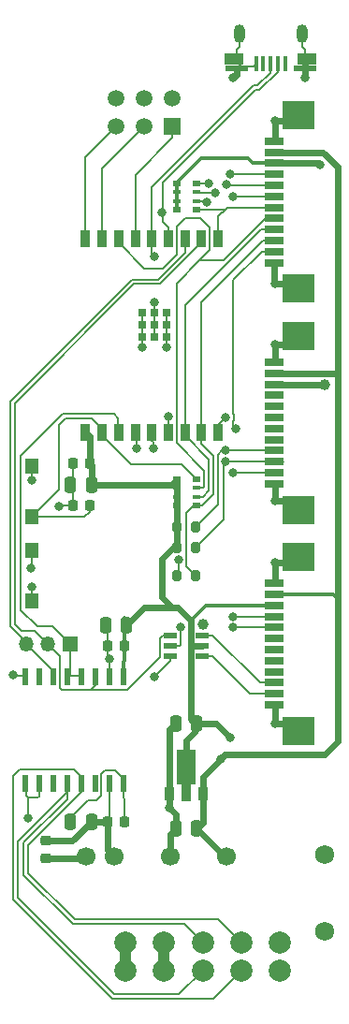
<source format=gbr>
%TF.GenerationSoftware,KiCad,Pcbnew,9.0.1*%
%TF.CreationDate,2025-05-24T17:32:27+03:00*%
%TF.ProjectId,PM-MCU_ESP32-C3,504d2d4d-4355-45f4-9553-5033322d4333,rev?*%
%TF.SameCoordinates,Original*%
%TF.FileFunction,Copper,L1,Top*%
%TF.FilePolarity,Positive*%
%FSLAX46Y46*%
G04 Gerber Fmt 4.6, Leading zero omitted, Abs format (unit mm)*
G04 Created by KiCad (PCBNEW 9.0.1) date 2025-05-24 17:32:27*
%MOMM*%
%LPD*%
G01*
G04 APERTURE LIST*
G04 Aperture macros list*
%AMRoundRect*
0 Rectangle with rounded corners*
0 $1 Rounding radius*
0 $2 $3 $4 $5 $6 $7 $8 $9 X,Y pos of 4 corners*
0 Add a 4 corners polygon primitive as box body*
4,1,4,$2,$3,$4,$5,$6,$7,$8,$9,$2,$3,0*
0 Add four circle primitives for the rounded corners*
1,1,$1+$1,$2,$3*
1,1,$1+$1,$4,$5*
1,1,$1+$1,$6,$7*
1,1,$1+$1,$8,$9*
0 Add four rect primitives between the rounded corners*
20,1,$1+$1,$2,$3,$4,$5,0*
20,1,$1+$1,$4,$5,$6,$7,0*
20,1,$1+$1,$6,$7,$8,$9,0*
20,1,$1+$1,$8,$9,$2,$3,0*%
%AMFreePoly0*
4,1,9,3.862500,-0.866500,0.737500,-0.866500,0.737500,-0.450000,-0.737500,-0.450000,-0.737500,0.450000,0.737500,0.450000,0.737500,0.866500,3.862500,0.866500,3.862500,-0.866500,3.862500,-0.866500,$1*%
G04 Aperture macros list end*
%TA.AperFunction,SMDPad,CuDef*%
%ADD10R,1.803400X0.635000*%
%TD*%
%TA.AperFunction,SMDPad,CuDef*%
%ADD11R,2.997200X2.590800*%
%TD*%
%TA.AperFunction,SMDPad,CuDef*%
%ADD12R,1.244600X1.346200*%
%TD*%
%TA.AperFunction,SMDPad,CuDef*%
%ADD13R,0.889000X1.498600*%
%TD*%
%TA.AperFunction,SMDPad,CuDef*%
%ADD14R,0.711200X0.711200*%
%TD*%
%TA.AperFunction,SMDPad,CuDef*%
%ADD15RoundRect,0.225000X0.225000X0.250000X-0.225000X0.250000X-0.225000X-0.250000X0.225000X-0.250000X0*%
%TD*%
%TA.AperFunction,ComponentPad*%
%ADD16R,1.500000X1.500000*%
%TD*%
%TA.AperFunction,ComponentPad*%
%ADD17C,1.500000*%
%TD*%
%TA.AperFunction,SMDPad,CuDef*%
%ADD18RoundRect,0.225000X0.225000X-0.425000X0.225000X0.425000X-0.225000X0.425000X-0.225000X-0.425000X0*%
%TD*%
%TA.AperFunction,SMDPad,CuDef*%
%ADD19FreePoly0,90.000000*%
%TD*%
%TA.AperFunction,SMDPad,CuDef*%
%ADD20R,0.406400X1.350000*%
%TD*%
%TA.AperFunction,SMDPad,CuDef*%
%ADD21R,1.679095X1.075150*%
%TD*%
%TA.AperFunction,SMDPad,CuDef*%
%ADD22R,2.108196X0.525058*%
%TD*%
%TA.AperFunction,ComponentPad*%
%ADD23O,1.000000X1.700000*%
%TD*%
%TA.AperFunction,SMDPad,CuDef*%
%ADD24R,0.800000X0.500000*%
%TD*%
%TA.AperFunction,SMDPad,CuDef*%
%ADD25R,0.800000X0.400000*%
%TD*%
%TA.AperFunction,SMDPad,CuDef*%
%ADD26RoundRect,0.250000X0.250000X0.475000X-0.250000X0.475000X-0.250000X-0.475000X0.250000X-0.475000X0*%
%TD*%
%TA.AperFunction,SMDPad,CuDef*%
%ADD27R,0.482600X1.549400*%
%TD*%
%TA.AperFunction,ComponentPad*%
%ADD28C,2.000000*%
%TD*%
%TA.AperFunction,SMDPad,CuDef*%
%ADD29RoundRect,0.200000X-0.200000X-0.275000X0.200000X-0.275000X0.200000X0.275000X-0.200000X0.275000X0*%
%TD*%
%TA.AperFunction,SMDPad,CuDef*%
%ADD30RoundRect,0.250000X-0.250000X-0.475000X0.250000X-0.475000X0.250000X0.475000X-0.250000X0.475000X0*%
%TD*%
%TA.AperFunction,SMDPad,CuDef*%
%ADD31R,1.181100X0.558800*%
%TD*%
%TA.AperFunction,ComponentPad*%
%ADD32C,1.725000*%
%TD*%
%TA.AperFunction,ComponentPad*%
%ADD33C,1.700000*%
%TD*%
%TA.AperFunction,ComponentPad*%
%ADD34R,1.350000X1.350000*%
%TD*%
%TA.AperFunction,ComponentPad*%
%ADD35O,1.350000X1.350000*%
%TD*%
%TA.AperFunction,SMDPad,CuDef*%
%ADD36RoundRect,0.225000X0.250000X-0.225000X0.250000X0.225000X-0.250000X0.225000X-0.250000X-0.225000X0*%
%TD*%
%TA.AperFunction,ViaPad*%
%ADD37C,0.800000*%
%TD*%
%TA.AperFunction,ViaPad*%
%ADD38C,1.000000*%
%TD*%
%TA.AperFunction,Conductor*%
%ADD39C,0.200000*%
%TD*%
%TA.AperFunction,Conductor*%
%ADD40C,0.600000*%
%TD*%
%TA.AperFunction,Conductor*%
%ADD41C,0.300000*%
%TD*%
%TA.AperFunction,Conductor*%
%ADD42C,1.000000*%
%TD*%
G04 APERTURE END LIST*
D10*
%TO.P,J3,1,Pin_1*%
%TO.N,GND_MCU*%
X24444000Y24500008D03*
%TO.P,J3,2,Pin_2*%
%TO.N,/INT*%
X24444000Y25500006D03*
%TO.P,J3,3,Pin_3*%
%TO.N,/CS3*%
X24444000Y26500004D03*
%TO.P,J3,4,Pin_4*%
%TO.N,/CS2*%
X24444000Y27500002D03*
%TO.P,J3,5,Pin_5*%
%TO.N,/CS1*%
X24444000Y28500000D03*
%TO.P,J3,6,Pin_6*%
%TO.N,/CS0*%
X24444000Y29500000D03*
%TO.P,J3,7,Pin_7*%
%TO.N,/SCK*%
X24444000Y30500000D03*
%TO.P,J3,8,Pin_8*%
%TO.N,/MISO*%
X24444000Y31500000D03*
%TO.P,J3,9,Pin_9*%
%TO.N,/MOSI*%
X24444000Y32499998D03*
%TO.P,J3,10,Pin_10*%
%TO.N,+3.3V_MCU*%
X24444000Y33499996D03*
%TO.P,J3,11,Pin_11*%
%TO.N,+5V_MCU*%
X24444000Y34499994D03*
%TO.P,J3,12,Pin_11*%
%TO.N,GND_MCU*%
X24444000Y35499992D03*
D11*
%TO.P,J3,13,Pin_11*%
X26614001Y22149997D03*
X26614001Y37850003D03*
%TD*%
D10*
%TO.P,J2,1,Pin_1*%
%TO.N,GND_MCU*%
X24444000Y4500008D03*
%TO.P,J2,2,Pin_2*%
%TO.N,/INT*%
X24444000Y5500006D03*
%TO.P,J2,3,Pin_3*%
%TO.N,/SCL*%
X24444000Y6500004D03*
%TO.P,J2,4,Pin_4*%
%TO.N,/SDA*%
X24444000Y7500002D03*
%TO.P,J2,5,Pin_5*%
%TO.N,unconnected-(J2-Pin_5-Pad5)*%
X24444000Y8500000D03*
%TO.P,J2,6,Pin_6*%
%TO.N,unconnected-(J2-Pin_6-Pad6)*%
X24444000Y9500000D03*
%TO.P,J2,7,Pin_7*%
%TO.N,unconnected-(J2-Pin_7-Pad7)*%
X24444000Y10500000D03*
%TO.P,J2,8,Pin_8*%
%TO.N,unconnected-(J2-Pin_8-Pad8)*%
X24444000Y11500000D03*
%TO.P,J2,9,Pin_9*%
%TO.N,unconnected-(J2-Pin_9-Pad9)*%
X24444000Y12499998D03*
%TO.P,J2,10,Pin_10*%
%TO.N,+3.3V_MCU*%
X24444000Y13499996D03*
%TO.P,J2,11,Pin_11*%
%TO.N,+5V_MCU*%
X24444000Y14499994D03*
%TO.P,J2,12,Pin_11*%
%TO.N,GND_MCU*%
X24444000Y15499992D03*
D11*
%TO.P,J2,13,Pin_11*%
X26614001Y2149997D03*
X26614001Y17850003D03*
%TD*%
D12*
%TO.P,SW2,1,1*%
%TO.N,GND_MCU*%
X2540000Y6096000D03*
%TO.P,SW2,2,2*%
%TO.N,/EN*%
X2540000Y1524000D03*
%TD*%
D13*
%TO.P,U1,1,3V3*%
%TO.N,+3.3V_MCU*%
X7390002Y9170000D03*
%TO.P,U1,2,EN*%
%TO.N,/EN*%
X8890001Y9170000D03*
%TO.P,U1,3,IO4*%
%TO.N,/UART_RTS*%
X10390001Y9170000D03*
%TO.P,U1,4,IO5*%
%TO.N,/SCL*%
X11890000Y9170000D03*
%TO.P,U1,5,IO6*%
%TO.N,/SDA*%
X13390000Y9170000D03*
%TO.P,U1,6,IO7*%
%TO.N,/INT*%
X14890000Y9170000D03*
%TO.P,U1,7,IO8*%
%TO.N,/CS2*%
X16390002Y9170000D03*
%TO.P,U1,8,IO9*%
%TO.N,/CS3*%
X17890001Y9170000D03*
%TO.P,U1,9,GND*%
%TO.N,GND_MCU*%
X19390001Y9170000D03*
%TO.P,U1,10,IO10*%
%TO.N,/CS0*%
X19389998Y26670000D03*
%TO.P,U1,11,RXD_(IO20)*%
%TO.N,/UART_RX*%
X17889999Y26670000D03*
%TO.P,U1,12,TXD_(IO21)*%
%TO.N,/UART_TX*%
X16389999Y26670000D03*
%TO.P,U1,13,IO18_(USB_D-)*%
%TO.N,/USB_D-*%
X14890000Y26670000D03*
%TO.P,U1,14,IO19_(USB_D+)*%
%TO.N,/USB_D+*%
X13390000Y26670000D03*
%TO.P,U1,15,IO3*%
%TO.N,/SCK*%
X11890000Y26670000D03*
%TO.P,U1,16,IO2*%
%TO.N,/CS1*%
X10389998Y26670000D03*
%TO.P,U1,17,IO1*%
%TO.N,/MISO*%
X8889999Y26670000D03*
%TO.P,U1,18,IO0*%
%TO.N,/MOSI*%
X7389999Y26670000D03*
D14*
%TO.P,U1,EPAD,EPAD*%
%TO.N,GND_MCU*%
X12490000Y17780000D03*
X13590000Y17780000D03*
X14690000Y17780000D03*
X12490000Y18880000D03*
X13590000Y18880000D03*
X14690000Y18880000D03*
X12490000Y19980000D03*
X13590000Y19980000D03*
X14690000Y19980000D03*
%TD*%
D15*
%TO.P,C8,1*%
%TO.N,+3.3V_MCU*%
X10935000Y-10160000D03*
%TO.P,C8,2*%
%TO.N,GND_MCU*%
X9385000Y-10160000D03*
%TD*%
%TO.P,C1,1*%
%TO.N,/EN*%
X7760000Y2540000D03*
%TO.P,C1,2*%
%TO.N,GND_MCU*%
X6210000Y2540000D03*
%TD*%
D16*
%TO.P,SW4,1*%
%TO.N,/SCK*%
X15240000Y36830000D03*
D17*
%TO.P,SW4,2*%
%TO.N,/MISO*%
X12700000Y36830000D03*
%TO.P,SW4,3*%
%TO.N,/MOSI*%
X10160000Y36830000D03*
%TO.P,SW4,4*%
%TO.N,Net-(RN1A-R1.2)*%
X10160000Y39370000D03*
%TO.P,SW4,5*%
%TO.N,Net-(RN1B-R2.2)*%
X12700000Y39370000D03*
%TO.P,SW4,6*%
%TO.N,Net-(RN1C-R3.2)*%
X15240000Y39370000D03*
%TD*%
D18*
%TO.P,U2,1,GND*%
%TO.N,GND_MCU*%
X15010000Y-23540000D03*
D19*
%TO.P,U2,2,OUTPUT*%
%TO.N,+3.3V_MCU*%
X16510000Y-23452500D03*
D18*
%TO.P,U2,3,INPUT*%
%TO.N,+5V_MCU*%
X18010000Y-23540000D03*
%TD*%
D20*
%TO.P,J1,1,VBUS*%
%TO.N,unconnected-(J1-VBUS-Pad1)*%
X25430000Y42527092D03*
%TO.P,J1,2,D-*%
%TO.N,/USB_D-*%
X24780014Y42527092D03*
%TO.P,J1,3,D+*%
%TO.N,/USB_D+*%
X24130028Y42527092D03*
%TO.P,J1,4,ID*%
%TO.N,unconnected-(J1-ID-Pad4)*%
X23480042Y42527092D03*
D21*
%TO.P,J1,5,GND*%
%TO.N,GND_MCU*%
X27444579Y42914733D03*
D22*
X27230029Y42114629D03*
D23*
X26955029Y45202208D03*
D20*
X22830056Y42527092D03*
D23*
X21305027Y45202208D03*
D22*
X21030031Y42114621D03*
D21*
X20815481Y42914725D03*
%TD*%
D15*
%TO.P,C5,1*%
%TO.N,+3.3V_MCU*%
X7760000Y6350000D03*
%TO.P,C5,2*%
%TO.N,GND_MCU*%
X6210000Y6350000D03*
%TD*%
D24*
%TO.P,RN2,1,R1.1*%
%TO.N,+3.3V_MCU*%
X15610000Y4940000D03*
D25*
%TO.P,RN2,2,R2.1*%
X15610000Y4140000D03*
%TO.P,RN2,3,R3.1*%
X15610000Y3340000D03*
D24*
%TO.P,RN2,4,R4.1*%
X15610000Y2540000D03*
%TO.P,RN2,5,R4.2*%
%TO.N,/CS3*%
X17410000Y2540000D03*
D25*
%TO.P,RN2,6,R3.2*%
%TO.N,/CS2*%
X17410000Y3340000D03*
%TO.P,RN2,7,R2.2*%
%TO.N,/CS1*%
X17410000Y4140000D03*
D24*
%TO.P,RN2,8,R1.2*%
%TO.N,/EN*%
X17410000Y4940000D03*
%TD*%
D26*
%TO.P,C10,1*%
%TO.N,+5V_MCU*%
X17460000Y-26670000D03*
%TO.P,C10,2*%
%TO.N,GND_MCU*%
X15560000Y-26670000D03*
%TD*%
D27*
%TO.P,U6,1,VDD*%
%TO.N,+3.3V_MCU*%
X10795000Y-12954000D03*
%TO.P,U6,2,GNDA*%
%TO.N,GND_MCU*%
X9525000Y-12954000D03*
%TO.P,U6,3,RO*%
%TO.N,/UART_RX*%
X8255000Y-12954000D03*
%TO.P,U6,4,RE*%
%TO.N,/UART_RTS*%
X6985000Y-12954000D03*
%TO.P,U6,5,DE*%
X5715000Y-12954000D03*
%TO.P,U6,6,DI*%
%TO.N,/UART_TX*%
X4445000Y-12954000D03*
%TO.P,U6,7,NC*%
%TO.N,unconnected-(U6-NC-Pad7)*%
X3175000Y-12954000D03*
%TO.P,U6,8,GNDA*%
%TO.N,GND_MCU*%
X1905000Y-12954000D03*
%TO.P,U6,9,GNDB*%
%TO.N,GND_BUS*%
X1905000Y-22606000D03*
%TO.P,U6,10,SEL*%
X3175000Y-22606000D03*
%TO.P,U6,11,NC*%
%TO.N,unconnected-(U6-NC-Pad11)*%
X4445000Y-22606000D03*
%TO.P,U6,12,A*%
%TO.N,/A*%
X5715000Y-22606000D03*
%TO.P,U6,13,B*%
%TO.N,/B*%
X6985000Y-22606000D03*
%TO.P,U6,14,NC*%
%TO.N,unconnected-(U6-NC-Pad14)*%
X8255000Y-22606000D03*
%TO.P,U6,15,GNDB*%
%TO.N,GND_BUS*%
X9525000Y-22606000D03*
%TO.P,U6,16,VISO*%
%TO.N,+3.3V_BUS*%
X10795000Y-22606000D03*
%TD*%
D10*
%TO.P,J4,1,Pin_1*%
%TO.N,GND_MCU*%
X24444000Y-15499992D03*
%TO.P,J4,2,Pin_2*%
%TO.N,Net-(J4-Pin_2)*%
X24444000Y-14499994D03*
%TO.P,J4,3,Pin_3*%
%TO.N,Net-(J4-Pin_3)*%
X24444000Y-13499996D03*
%TO.P,J4,4,Pin_4*%
%TO.N,unconnected-(J4-Pin_4-Pad4)*%
X24444000Y-12499998D03*
%TO.P,J4,5,Pin_5*%
%TO.N,unconnected-(J4-Pin_5-Pad5)*%
X24444000Y-11500000D03*
%TO.P,J4,6,Pin_6*%
%TO.N,unconnected-(J4-Pin_6-Pad6)*%
X24444000Y-10500000D03*
%TO.P,J4,7,Pin_7*%
%TO.N,unconnected-(J4-Pin_7-Pad7)*%
X24444000Y-9500000D03*
%TO.P,J4,8,Pin_8*%
%TO.N,/USB_D+*%
X24444000Y-8500000D03*
%TO.P,J4,9,Pin_9*%
%TO.N,/USB_D-*%
X24444000Y-7500002D03*
%TO.P,J4,10,Pin_10*%
%TO.N,+3.3V_MCU*%
X24444000Y-6500004D03*
%TO.P,J4,11,Pin_11*%
%TO.N,+5V_MCU*%
X24444000Y-5500006D03*
%TO.P,J4,12,Pin_11*%
%TO.N,GND_MCU*%
X24444000Y-4500008D03*
D11*
%TO.P,J4,13,Pin_11*%
X26614001Y-17850003D03*
X26614001Y-2149997D03*
%TD*%
D28*
%TO.P,J6,1,Pin_1*%
%TO.N,+24V_BUS*%
X11000000Y-37000000D03*
%TO.P,J6,2,Pin_3*%
%TO.N,GND_BUS*%
X14500000Y-37000000D03*
%TO.P,J6,3,3*%
%TO.N,/A*%
X18000000Y-37000000D03*
%TO.P,J6,4,4*%
%TO.N,/B*%
X21500000Y-37000000D03*
%TO.P,J6,5,Pin_9*%
%TO.N,PE*%
X25000000Y-37000000D03*
%TO.P,J6,6,Pin_2*%
%TO.N,+24V_BUS*%
X11000000Y-39500000D03*
%TO.P,J6,7,Pin_4*%
%TO.N,GND_BUS*%
X14500000Y-39500000D03*
%TO.P,J6,8,Pin_6*%
%TO.N,/A*%
X18000000Y-39500000D03*
%TO.P,J6,9,Pin_8*%
%TO.N,/B*%
X21500000Y-39500000D03*
%TO.P,J6,10,Pin_10*%
%TO.N,PE*%
X25000000Y-39500000D03*
%TD*%
D29*
%TO.P,R3,1*%
%TO.N,+3.3V_MCU*%
X15685000Y635000D03*
%TO.P,R3,2*%
%TO.N,/SDA*%
X17335000Y635000D03*
%TD*%
D30*
%TO.P,C3,1*%
%TO.N,+3.3V_BUS*%
X6035000Y-26035000D03*
%TO.P,C3,2*%
%TO.N,GND_BUS*%
X7935000Y-26035000D03*
%TD*%
D31*
%TO.P,U5,1,1A*%
%TO.N,/UART_RX*%
X15043150Y-9209999D03*
%TO.P,U5,2,GND*%
%TO.N,GND_MCU*%
X15043150Y-10160000D03*
%TO.P,U5,3,2A*%
%TO.N,/UART_TX*%
X15043150Y-11110001D03*
%TO.P,U5,4,2Y*%
%TO.N,Net-(J4-Pin_2)*%
X17976850Y-11110001D03*
%TO.P,U5,5,VCC*%
%TO.N,+3.3V_MCU*%
X17976850Y-10160000D03*
%TO.P,U5,6,1Y*%
%TO.N,Net-(J4-Pin_3)*%
X17976850Y-9209999D03*
%TD*%
D15*
%TO.P,C9,1*%
%TO.N,+3.3V_BUS*%
X10935000Y-26035000D03*
%TO.P,C9,2*%
%TO.N,GND_BUS*%
X9385000Y-26035000D03*
%TD*%
D26*
%TO.P,C6,1*%
%TO.N,+3.3V_MCU*%
X11110000Y-8255000D03*
%TO.P,C6,2*%
%TO.N,GND_MCU*%
X9210000Y-8255000D03*
%TD*%
D32*
%TO.P,U4,1*%
%TO.N,GND_BUS*%
X29000000Y-36000000D03*
%TD*%
D29*
%TO.P,R1,1*%
%TO.N,+3.3V_MCU*%
X15685000Y-1270000D03*
%TO.P,R1,2*%
%TO.N,/SCL*%
X17335000Y-1270000D03*
%TD*%
D26*
%TO.P,C4,1*%
%TO.N,+3.3V_MCU*%
X17460000Y-17145000D03*
%TO.P,C4,2*%
%TO.N,GND_MCU*%
X15560000Y-17145000D03*
%TD*%
%TO.P,C2,1*%
%TO.N,+3.3V_MCU*%
X7935000Y4445000D03*
%TO.P,C2,2*%
%TO.N,GND_MCU*%
X6035000Y4445000D03*
%TD*%
D12*
%TO.P,SW1,1,1*%
%TO.N,GND_MCU*%
X2540000Y-6096000D03*
%TO.P,SW1,2,2*%
%TO.N,Net-(R5-Pad1)*%
X2540000Y-1524000D03*
%TD*%
D33*
%TO.P,PS1,1,Vin*%
%TO.N,+24V_BUS*%
X7416800Y-29210000D03*
%TO.P,PS1,2,GND*%
%TO.N,GND_BUS*%
X9956800Y-29210000D03*
%TO.P,PS1,4,0V*%
%TO.N,GND_MCU*%
X15036800Y-29210000D03*
%TO.P,PS1,6,+V*%
%TO.N,+5V_MCU*%
X20116800Y-29210000D03*
%TD*%
D29*
%TO.P,R5,1*%
%TO.N,Net-(R5-Pad1)*%
X15685000Y-3810000D03*
%TO.P,R5,2*%
%TO.N,/CS3*%
X17335000Y-3810000D03*
%TD*%
D24*
%TO.P,RN1,1,R1.1*%
%TO.N,+3.3V_MCU*%
X15610000Y31680000D03*
D25*
%TO.P,RN1,2,R2.1*%
X15610000Y30880000D03*
%TO.P,RN1,3,R3.1*%
X15610000Y30080000D03*
D24*
%TO.P,RN1,4,R4.1*%
X15610000Y29280000D03*
%TO.P,RN1,5,R4.2*%
%TO.N,/CS0*%
X17410000Y29280000D03*
D25*
%TO.P,RN1,6,R3.2*%
%TO.N,Net-(RN1C-R3.2)*%
X17410000Y30080000D03*
%TO.P,RN1,7,R2.2*%
%TO.N,Net-(RN1B-R2.2)*%
X17410000Y30880000D03*
D24*
%TO.P,RN1,8,R1.2*%
%TO.N,Net-(RN1A-R1.2)*%
X17410000Y31680000D03*
%TD*%
D34*
%TO.P,J7,1,Pin_1*%
%TO.N,/UART_RTS*%
X6000000Y-10000000D03*
D35*
%TO.P,J7,2,Pin_2*%
%TO.N,/UART_RX*%
X4000000Y-10000000D03*
%TO.P,J7,3,Pin_3*%
%TO.N,/UART_TX*%
X2000000Y-10000000D03*
%TD*%
D36*
%TO.P,C7,1*%
%TO.N,+24V_BUS*%
X3810000Y-29350000D03*
%TO.P,C7,2*%
%TO.N,GND_BUS*%
X3810000Y-27800000D03*
%TD*%
D32*
%TO.P,U3,1*%
%TO.N,GND_MCU*%
X29000000Y-29000000D03*
%TD*%
D37*
%TO.N,/SCL*%
X12000000Y7750000D03*
X20050000Y6500000D03*
%TO.N,/SDA*%
X13500000Y7709000D03*
X20050000Y7500002D03*
%TO.N,/USB_D+*%
X20750000Y-8500005D03*
X13651700Y25073700D03*
%TO.N,/USB_D-*%
X14272725Y29004725D03*
X20750000Y-7500002D03*
%TO.N,GND_MCU*%
X24496900Y37358200D03*
X5000000Y2500000D03*
X13590000Y20937600D03*
X24496900Y-2605000D03*
X800000Y-12800000D03*
X2540000Y-4812000D03*
X24496900Y22604900D03*
X24500300Y17074300D03*
X14690000Y16810300D03*
X15010000Y-24830000D03*
X2540000Y4812400D03*
X20088300Y10516500D03*
X9525000Y-11355000D03*
X20750000Y41242100D03*
X12490000Y16810200D03*
X24500300Y2927300D03*
X27250000Y41250000D03*
X15996000Y-8434000D03*
X24511900Y-17152000D03*
%TO.N,+3.3V_MCU*%
X28588000Y33388000D03*
D38*
X29000000Y13499993D03*
D37*
X20447000Y-18415000D03*
%TO.N,/SCK*%
X20700000Y30500000D03*
%TO.N,/MOSI*%
X20500000Y32512000D03*
%TO.N,/MISO*%
X20125955Y31584590D03*
%TO.N,/UART_TX*%
X13589000Y-12954000D03*
%TO.N,/INT*%
X14900000Y10600000D03*
X21000000Y9500000D03*
X20750000Y5500000D03*
%TO.N,GND_BUS*%
X2145000Y-25718000D03*
%TO.N,Net-(RN1A-R1.2)*%
X18500000Y31700000D03*
%TO.N,Net-(R5-Pad1)*%
X15831000Y-2385000D03*
X2439100Y-3098000D03*
%TO.N,+5V_MCU*%
X19620471Y-20382471D03*
D38*
X18037600Y-8226000D03*
D37*
%TO.N,Net-(RN1C-R3.2)*%
X18400000Y30000000D03*
%TO.N,Net-(RN1B-R2.2)*%
X19100000Y30800000D03*
%TD*%
D39*
%TO.N,/EN*%
X7760000Y1988100D02*
X7295900Y1524000D01*
X10250000Y7500000D02*
X10250000Y7505201D01*
X7953802Y10400000D02*
X8890001Y9463801D01*
X2540000Y1524000D02*
X5000000Y3984000D01*
X17410000Y4940000D02*
X16100000Y6250000D01*
X5550000Y10400000D02*
X7953802Y10400000D01*
X8890001Y9463801D02*
X8890001Y9170000D01*
X8890001Y8865200D02*
X8890001Y9170000D01*
X7760000Y2540000D02*
X7760000Y1988100D01*
X16100000Y6250000D02*
X11500000Y6250000D01*
X5000000Y3984000D02*
X5000000Y9850000D01*
X10250000Y7505201D02*
X8890001Y8865200D01*
X11500000Y6250000D02*
X10250000Y7500000D01*
X5000000Y9850000D02*
X5550000Y10400000D01*
X7295900Y1524000D02*
X2540000Y1524000D01*
%TO.N,/SCL*%
X25263200Y6500000D02*
X24444000Y6500000D01*
X19900000Y6400000D02*
X19900000Y1295000D01*
X22240604Y6500004D02*
X24444000Y6500004D01*
X22240600Y6500000D02*
X22240604Y6500004D01*
X20000000Y6500000D02*
X19900000Y6400000D01*
X20050000Y6500000D02*
X22240600Y6500000D01*
X12000000Y7750000D02*
X12000000Y9060000D01*
X20050000Y6500000D02*
X20000000Y6500000D01*
X12000000Y9060000D02*
X11890000Y9170000D01*
X19900000Y1295000D02*
X17335000Y-1270000D01*
%TO.N,/SDA*%
X20050000Y7500002D02*
X24444000Y7500002D01*
X19349000Y7099000D02*
X19349000Y2649000D01*
X13390000Y8410000D02*
X13390000Y9170000D01*
X13500000Y8300000D02*
X13390000Y8410000D01*
X19349000Y2649000D02*
X17335000Y635000D01*
X19750002Y7500002D02*
X19349000Y7099000D01*
X13500000Y7709000D02*
X13500000Y8300000D01*
X20050000Y7500002D02*
X19750002Y7500002D01*
%TO.N,/USB_D+*%
X22963150Y40532000D02*
X22567314Y40532000D01*
X24130028Y42527092D02*
X24130028Y41698878D01*
X22567314Y40532000D02*
X13390000Y31354686D01*
X13390000Y31354686D02*
X13390000Y26670000D01*
X20750000Y-8500005D02*
X24443995Y-8500005D01*
X24130028Y41698878D02*
X22963150Y40532000D01*
X13390000Y25335400D02*
X13651700Y25073700D01*
X13390000Y26670000D02*
X13390000Y25335400D01*
X24443995Y-8500005D02*
X24444000Y-8500000D01*
%TO.N,/USB_D-*%
X14351000Y28194000D02*
X14890000Y27655000D01*
X24780014Y41783178D02*
X23128836Y40132000D01*
X23128836Y40132000D02*
X22733000Y40132000D01*
X22733000Y40132000D02*
X14351000Y31750000D01*
X20750000Y-7500002D02*
X24444000Y-7500002D01*
X24780014Y42527092D02*
X24780014Y41783178D01*
X14351000Y31750000D02*
X14351000Y28194000D01*
X14272725Y28940875D02*
X14351000Y28862600D01*
X14272725Y29004725D02*
X14272725Y28940875D01*
X14890000Y27655000D02*
X14890000Y26670000D01*
%TO.N,GND_MCU*%
X13590000Y18880000D02*
X13590000Y19980000D01*
D40*
X15010000Y-24830000D02*
X15010000Y-23540000D01*
X24500300Y4443708D02*
X24444000Y4500008D01*
X25836698Y2927300D02*
X26614001Y2149997D01*
X24444000Y24500008D02*
X24444000Y22657800D01*
D39*
X6210000Y2540000D02*
X5040000Y2540000D01*
X903200Y-12903200D02*
X1905000Y-12903200D01*
X9385000Y-9525000D02*
X9385000Y-7620000D01*
D40*
X24511900Y-17152000D02*
X24511900Y-15567892D01*
X15010000Y-17695000D02*
X15010000Y-23540000D01*
D39*
X15560000Y-28686800D02*
X15036800Y-29210000D01*
D40*
X15036800Y-27193200D02*
X15560000Y-26670000D01*
X26159098Y22604900D02*
X26614001Y22149997D01*
D39*
X14690000Y16810300D02*
X14690000Y17780000D01*
X21305000Y44050500D02*
X21030000Y43775500D01*
X12490000Y16810200D02*
X12490000Y17780000D01*
X2540000Y4812400D02*
X2540000Y6096000D01*
X5040000Y2540000D02*
X5000000Y2500000D01*
X21463364Y42266842D02*
X20815481Y42914725D01*
D40*
X27250000Y41250000D02*
X27250000Y42720154D01*
D39*
X6210000Y4445000D02*
X6210000Y6350000D01*
X15043200Y-10160000D02*
X15935500Y-10160000D01*
X12490000Y17780000D02*
X12490000Y18880000D01*
X15735000Y-17285000D02*
X15735000Y-17145000D01*
X800000Y-12800000D02*
X903200Y-12903200D01*
D40*
X24496900Y37358200D02*
X24496900Y35552892D01*
D39*
X14690000Y18880000D02*
X14690000Y19980000D01*
D40*
X24511900Y-15567892D02*
X24444000Y-15499992D01*
D39*
X24444000Y-2657900D02*
X24496900Y-2605000D01*
D40*
X24444000Y22657800D02*
X24496900Y22604900D01*
X26122198Y37358200D02*
X26614001Y37850003D01*
X24496900Y-2605000D02*
X26158998Y-2605000D01*
X24496900Y22604900D02*
X26159098Y22604900D01*
D39*
X9525000Y-12903000D02*
X9525000Y-12903200D01*
D40*
X24500300Y17074300D02*
X25838298Y17074300D01*
D39*
X24444000Y37305300D02*
X24496900Y37358200D01*
D40*
X24496900Y-4447108D02*
X24444000Y-4500008D01*
X15560000Y-17145000D02*
X15010000Y-17695000D01*
D39*
X15935500Y-10160000D02*
X15996000Y-10100000D01*
X2540000Y-4812000D02*
X2540000Y-6096000D01*
D40*
X24500300Y17074300D02*
X24500300Y15556292D01*
X20750000Y41242100D02*
X21030031Y41522131D01*
X15036800Y-29210000D02*
X15036800Y-27193200D01*
X25838298Y17074300D02*
X26614001Y17850003D01*
D39*
X13590000Y19980000D02*
X13590000Y20937600D01*
X21030000Y43775500D02*
X21030000Y42652200D01*
X22569806Y42266842D02*
X21463364Y42266842D01*
D40*
X24500300Y2927300D02*
X25836698Y2927300D01*
D39*
X9525000Y-11355000D02*
X9525000Y-12903000D01*
D40*
X24500300Y15556292D02*
X24444000Y15499992D01*
X15560000Y-26670000D02*
X15560000Y-25380000D01*
X24511900Y-17152000D02*
X25915998Y-17152000D01*
D39*
X13590000Y17780000D02*
X13590000Y18880000D01*
X22830056Y42527092D02*
X22569806Y42266842D01*
X27230000Y43775500D02*
X27230000Y42652200D01*
X26955000Y45202200D02*
X26955000Y44050500D01*
D40*
X26158998Y-2605000D02*
X26614001Y-2149997D01*
D39*
X26955000Y44050500D02*
X27230000Y43775500D01*
D40*
X27250000Y42720154D02*
X27444579Y42914733D01*
D39*
X19390000Y9170000D02*
X19390000Y9818200D01*
X6210000Y2540000D02*
X6210000Y4445000D01*
D40*
X21030031Y41522131D02*
X21030031Y42114621D01*
D39*
X9385000Y-11215000D02*
X9385000Y-9525000D01*
X12490000Y18880000D02*
X12490000Y19980000D01*
X14690000Y17780000D02*
X14690000Y18880000D01*
X24444000Y17018000D02*
X24500300Y17074300D01*
D40*
X24496900Y-2605000D02*
X24496900Y-4447108D01*
X25915998Y-17152000D02*
X26614001Y-17850003D01*
X24496900Y37358200D02*
X26122198Y37358200D01*
D39*
X26068903Y22604900D02*
X26614001Y23149998D01*
D40*
X15560000Y-25380000D02*
X15010000Y-24830000D01*
D39*
X24500300Y2927300D02*
X24591000Y2927300D01*
X15996000Y-10100000D02*
X15996000Y-8434000D01*
X19390000Y9818200D02*
X20088300Y10516500D01*
X9525000Y-11355000D02*
X9385000Y-11215000D01*
D40*
X24500300Y2927300D02*
X24500300Y4443708D01*
D39*
X21305000Y45202200D02*
X21305000Y44050500D01*
D40*
X24496900Y35552892D02*
X24444000Y35499992D01*
%TO.N,+3.3V_MCU*%
X7935000Y6175000D02*
X7760000Y6350000D01*
X15685000Y-1270000D02*
X15685000Y635000D01*
D41*
X17835200Y33964200D02*
X15610000Y31739000D01*
X10795000Y-11624000D02*
X10935000Y-11484000D01*
D40*
X14293000Y-2262000D02*
X15285000Y-1270000D01*
X7935000Y4445000D02*
X7935000Y6175000D01*
X16886300Y-9989399D02*
X16886300Y-8816493D01*
X14293000Y-5648000D02*
X14293000Y-2262000D01*
D41*
X10935000Y-9525000D02*
X10935000Y-7620000D01*
D40*
X24444000Y33499996D02*
X28476004Y33499996D01*
X17056901Y-10160000D02*
X16886300Y-10330601D01*
X28999993Y13500000D02*
X29000000Y13499993D01*
X28476004Y33499996D02*
X28575000Y33401000D01*
X17460000Y-17145000D02*
X19177000Y-17145000D01*
D41*
X15610000Y31739000D02*
X15610000Y31680000D01*
X24444000Y33500000D02*
X22520300Y33500000D01*
D40*
X16886300Y-8816493D02*
X16896000Y-8806793D01*
X16886300Y-16746300D02*
X17285000Y-17145000D01*
D41*
X22520300Y33500000D02*
X22056100Y33964200D01*
D40*
X16896000Y-7845238D02*
X15740762Y-6690000D01*
D41*
X17285000Y-17145000D02*
X17034700Y-16895000D01*
D40*
X14293000Y-5793492D02*
X14293000Y-5648000D01*
X11110000Y-8255000D02*
X12675000Y-6690000D01*
D41*
X15610000Y710000D02*
X15685000Y635000D01*
D40*
X15115000Y4445000D02*
X15610000Y4940000D01*
X7760000Y8800002D02*
X7390002Y9170000D01*
X12675000Y-6690000D02*
X15189508Y-6690000D01*
X19177000Y-17145000D02*
X20447000Y-18415000D01*
X17976850Y-10160000D02*
X17056901Y-10160000D01*
D41*
X15610000Y31680000D02*
X15610000Y29280000D01*
D40*
X16886300Y-10330601D02*
X16886300Y-10400000D01*
X16510000Y-23452500D02*
X16510000Y-18725793D01*
D41*
X22056100Y33964200D02*
X17835200Y33964200D01*
X10795000Y-12903000D02*
X10795000Y-11624000D01*
D40*
X15685000Y635000D02*
X15685000Y4865000D01*
D41*
X18241234Y-6500004D02*
X16896000Y-7845238D01*
D40*
X24444004Y13500000D02*
X28999993Y13500000D01*
D41*
X24444000Y-6500004D02*
X18241234Y-6500004D01*
D40*
X24444000Y13499996D02*
X24444004Y13500000D01*
X16510000Y-18725793D02*
X17285000Y-17950793D01*
D41*
X10795000Y-12903000D02*
X10795000Y-12903200D01*
X10935000Y-11484000D02*
X10935000Y-9525000D01*
D40*
X16896000Y-8806793D02*
X16896000Y-7845238D01*
X15740762Y-6690000D02*
X15189508Y-6690000D01*
X16886300Y-9989399D02*
X16886300Y-10400000D01*
X16886300Y-10400000D02*
X16886300Y-16746300D01*
X15285000Y-1270000D02*
X15685000Y-1270000D01*
X7935000Y4445000D02*
X15115000Y4445000D01*
X17285000Y-17950793D02*
X17285000Y-17145000D01*
D41*
X16510000Y-23452000D02*
X16510000Y-23452500D01*
D40*
X15189508Y-6690000D02*
X14293000Y-5793492D01*
X7760000Y6350000D02*
X7760000Y8800002D01*
X15685000Y4865000D02*
X15610000Y4940000D01*
D39*
%TO.N,/SCK*%
X11890000Y32428300D02*
X11890000Y26670000D01*
X15240000Y36830000D02*
X15240000Y35778300D01*
X15240000Y35778300D02*
X11890000Y32428300D01*
X20700000Y30500000D02*
X24444000Y30500000D01*
%TO.N,/CS0*%
X19390000Y26670000D02*
X19390000Y28669200D01*
X19389998Y26670000D02*
X19389998Y26365200D01*
X20020800Y29300000D02*
X19390000Y28669200D01*
X17430000Y29300000D02*
X20020800Y29300000D01*
X17410000Y29280000D02*
X17430000Y29300000D01*
X19390000Y28669200D02*
X19820800Y29100000D01*
X24444000Y29500000D02*
X20220800Y29500000D01*
X20220800Y29500000D02*
X19820800Y29100000D01*
%TO.N,/MOSI*%
X23240600Y32500000D02*
X24444000Y32500000D01*
X23228600Y32512000D02*
X23240600Y32500000D01*
X20500000Y32512000D02*
X23228600Y32512000D01*
X10160000Y36830000D02*
X7390000Y34060000D01*
X7390000Y34060000D02*
X7390000Y26670000D01*
%TO.N,/MISO*%
X20125955Y31584590D02*
X20190110Y31584590D01*
X20190110Y31584590D02*
X20274700Y31500000D01*
X8890000Y33020000D02*
X8890000Y26670000D01*
X20274700Y31500000D02*
X24444000Y31500000D01*
X12700000Y36830000D02*
X8890000Y33020000D01*
%TO.N,/CS1*%
X10390000Y26670000D02*
X10390000Y26313000D01*
X18010000Y4140000D02*
X17410000Y4140000D01*
X16386200Y28519400D02*
X17780600Y28519400D01*
X14369299Y24000000D02*
X15644499Y25275200D01*
X12703000Y24000000D02*
X14369299Y24000000D01*
X15635500Y8184200D02*
X18146000Y5673700D01*
X18146000Y5673700D02*
X18146000Y4276000D01*
X19861101Y24687601D02*
X23673500Y28500000D01*
X17712399Y24687601D02*
X15635500Y22610702D01*
X17780600Y28519400D02*
X18644498Y27655502D01*
X17712399Y24687601D02*
X19861101Y24687601D01*
X15644499Y27777699D02*
X16386200Y28519400D01*
X18644498Y25619700D02*
X17712399Y24687601D01*
X18146000Y4276000D02*
X18010000Y4140000D01*
X23673500Y28500000D02*
X24444000Y28500000D01*
X10390000Y26313000D02*
X12703000Y24000000D01*
X18644498Y27655502D02*
X18644498Y25619700D01*
X15644499Y25275200D02*
X15644499Y27777699D01*
X15635500Y22610702D02*
X15635500Y8184200D01*
%TO.N,/UART_RX*%
X5217700Y-14141000D02*
X7830000Y-14141000D01*
X5080000Y-14003300D02*
X5217700Y-14141000D01*
X11197500Y-14141000D02*
X7830800Y-14141000D01*
X15043200Y-9210000D02*
X14390000Y-9210000D01*
X5080000Y-11080000D02*
X5080000Y-14003300D01*
X17889999Y26670000D02*
X17889999Y26365200D01*
X1000000Y-8206714D02*
X1593286Y-8800000D01*
X4000000Y-10000000D02*
X5080000Y-11080000D01*
X14390000Y-9210000D02*
X14150000Y-9450000D01*
X7830800Y-14141000D02*
X7830400Y-14141000D01*
X7830000Y-14141000D02*
X8255000Y-13716000D01*
X17889999Y26365200D02*
X14111799Y22587000D01*
X1000000Y11795000D02*
X1000000Y-8206714D01*
X1593286Y-8800000D02*
X2800000Y-8800000D01*
X8255000Y-13716000D02*
X8255000Y-12903200D01*
X14150000Y-9450000D02*
X14150000Y-11188500D01*
X14150000Y-11188500D02*
X11197500Y-14141000D01*
X7830400Y-14140600D02*
X7830800Y-14141000D01*
X11792000Y22587000D02*
X1000000Y11795000D01*
X2800000Y-8800000D02*
X4000000Y-10000000D01*
X14111799Y22587000D02*
X11792000Y22587000D01*
%TO.N,/UART_TX*%
X599000Y-8040614D02*
X599000Y-8372814D01*
X11391000Y22753100D02*
X833900Y12196000D01*
X833900Y-8607714D02*
X1663286Y-9437100D01*
X833900Y12196000D02*
X599000Y11961100D01*
X13589000Y-12954000D02*
X15043200Y-11499800D01*
X11625900Y22988000D02*
X11391000Y22753100D01*
X1899601Y-9672000D02*
X2387601Y-10160000D01*
X1663286Y-9437100D02*
X1898186Y-9672000D01*
X11958100Y22988000D02*
X11625900Y22988000D01*
X16389999Y26670000D02*
X16389999Y25432300D01*
X4445000Y-12445000D02*
X4445000Y-12954000D01*
X2000000Y-10000000D02*
X4445000Y-12445000D01*
X599000Y11628900D02*
X599000Y-8040614D01*
X13945699Y22988000D02*
X11958100Y22988000D01*
X599000Y11961100D02*
X599000Y11628900D01*
X15043200Y-11499800D02*
X15043200Y-11110000D01*
X599000Y-8372814D02*
X833900Y-8607714D01*
X16389999Y25432300D02*
X13945699Y22988000D01*
X1898186Y-9672000D02*
X1899601Y-9672000D01*
%TO.N,/B*%
X870000Y-33128000D02*
X870000Y-21923400D01*
X9798000Y-42056000D02*
X870000Y-33128000D01*
X21500000Y-39500000D02*
X18944000Y-42056000D01*
X870000Y-21923400D02*
X1457400Y-21336000D01*
X1457400Y-21336000D02*
X6350000Y-21336000D01*
X2178000Y-30695314D02*
X6388686Y-34906000D01*
X6350000Y-21336000D02*
X6985000Y-21971000D01*
X6985000Y-23342600D02*
X2178000Y-28149600D01*
X6985000Y-21971000D02*
X6985000Y-22656800D01*
X6985000Y-22656800D02*
X6985000Y-23342600D01*
X18944000Y-42056000D02*
X9798000Y-42056000D01*
X6388686Y-34906000D02*
X19406000Y-34906000D01*
X2178000Y-28149600D02*
X2178000Y-30695314D01*
X19406000Y-34906000D02*
X21500000Y-37000000D01*
%TO.N,/A*%
X5715000Y-23368000D02*
X5715000Y-23012500D01*
X5715000Y-22657000D02*
X5715000Y-22656800D01*
X1270000Y-32962314D02*
X1270000Y-27813000D01*
X16306000Y-35306000D02*
X18000000Y-37000000D01*
X5715000Y-24003000D02*
X1778000Y-27940000D01*
X5715000Y-23012500D02*
X5715000Y-22657000D01*
X5715000Y-23368000D02*
X5715000Y-22656800D01*
X1270000Y-27813000D02*
X5715000Y-23368000D01*
X15844000Y-41656000D02*
X9963686Y-41656000D01*
X6223000Y-35306000D02*
X16306000Y-35306000D01*
X9963686Y-41656000D02*
X1270000Y-32962314D01*
X1778000Y-27940000D02*
X1778000Y-30861000D01*
X18000000Y-39500000D02*
X15844000Y-41656000D01*
X1778000Y-30861000D02*
X6223000Y-35306000D01*
X5715000Y-22656800D02*
X5715000Y-24003000D01*
%TO.N,/INT*%
X14900000Y9672500D02*
X14890000Y9662500D01*
X24500300Y5443700D02*
X24444000Y5500000D01*
X20750000Y10844750D02*
X20750000Y22907706D01*
X14890000Y9662500D02*
X14890000Y9170000D01*
X20788300Y10806450D02*
X20750000Y10844750D01*
X20750000Y22907706D02*
X23342300Y25500006D01*
X21000000Y9500000D02*
X20750000Y9750000D01*
X20750000Y10188250D02*
X20788300Y10226550D01*
X20750006Y5500006D02*
X24444000Y5500006D01*
X20750000Y5500000D02*
X20750006Y5500006D01*
X14900000Y10600000D02*
X14900000Y9672500D01*
X20750000Y9750000D02*
X20750000Y10188250D01*
X20788300Y10226550D02*
X20788300Y10806450D01*
X23342300Y25500006D02*
X24444000Y25500006D01*
%TO.N,/CS2*%
X16390002Y20649402D02*
X16390002Y9272798D01*
X18547000Y3877000D02*
X18010000Y3340000D01*
X23240600Y27500000D02*
X16390002Y20649402D01*
X18010000Y3340000D02*
X17410000Y3340000D01*
X18547000Y6568800D02*
X18547000Y3877000D01*
X16390002Y8865200D02*
X18547000Y6708202D01*
X24444000Y27500000D02*
X23240600Y27500000D01*
X18547000Y6708202D02*
X18547000Y6568800D01*
X16390002Y9272798D02*
X16492800Y9170000D01*
X16390002Y9170000D02*
X16390002Y8865200D01*
X16492800Y9170000D02*
X16390000Y9170000D01*
X16492800Y8773401D02*
X16492800Y9170000D01*
%TO.N,/CS3*%
X17890000Y20949400D02*
X17890000Y8119000D01*
X17890000Y8119000D02*
X18948000Y7061000D01*
X17335000Y-3810000D02*
X16510000Y-2985000D01*
X18948000Y7061000D02*
X18948000Y3581000D01*
X17907000Y2540000D02*
X17410000Y2540000D01*
X16532000Y-2675364D02*
X16532000Y-2094636D01*
X16532000Y-2094636D02*
X16510000Y-2072636D01*
X24444000Y26500000D02*
X23440600Y26500000D01*
X16510000Y1905000D02*
X17145000Y2540000D01*
X17145000Y2540000D02*
X17410000Y2540000D01*
X18948000Y3581000D02*
X17907000Y2540000D01*
X16510000Y-2697364D02*
X16532000Y-2675364D01*
X16510000Y-2985000D02*
X16510000Y-2697364D01*
X23440600Y26500000D02*
X17890000Y20949400D01*
X16510000Y-2072636D02*
X16510000Y1905000D01*
%TO.N,GND_BUS*%
X2000000Y-23741000D02*
X2145000Y-23886000D01*
X1905000Y-22656800D02*
X2000000Y-22751800D01*
X2145000Y-23886000D02*
X2145000Y-25718000D01*
D40*
X7935000Y-26035000D02*
X9385000Y-26035000D01*
D39*
X3175000Y-23785000D02*
X3175000Y-22657000D01*
D42*
X14500000Y-37000000D02*
X14500000Y-39500000D01*
D40*
X9385000Y-28638200D02*
X9956800Y-29210000D01*
X3810000Y-27800000D02*
X6170000Y-27800000D01*
X6170000Y-27800000D02*
X7935000Y-26035000D01*
D39*
X3175000Y-22657000D02*
X3175000Y-22656800D01*
X2000000Y-22751800D02*
X2000000Y-23741000D01*
X9525000Y-22657000D02*
X9525000Y-25895000D01*
D40*
X9385000Y-26035000D02*
X9385000Y-28638200D01*
D39*
X9525000Y-22657000D02*
X9525000Y-22656800D01*
X2145000Y-23886000D02*
X3074100Y-23886000D01*
X3074100Y-23886000D02*
X3175000Y-23785000D01*
X9525000Y-25895000D02*
X9385000Y-26035000D01*
%TO.N,/UART_RTS*%
X6984900Y-12903000D02*
X6985000Y-12903000D01*
X1500000Y7000000D02*
X1500000Y-6900000D01*
X5715000Y-12903200D02*
X6985000Y-12903200D01*
X5715200Y-12903000D02*
X5715100Y-12903000D01*
X1500000Y-6900000D02*
X3000000Y-8400000D01*
X10350000Y9210001D02*
X10350000Y10400000D01*
X6000000Y-10000000D02*
X6000000Y-12669000D01*
X9950000Y10800000D02*
X5300000Y10800000D01*
X6985000Y-12903000D02*
X6985000Y-12903200D01*
X5300000Y10800000D02*
X1500000Y7000000D01*
X10390001Y9170000D02*
X10350000Y9210001D01*
X4400000Y-8400000D02*
X6000000Y-10000000D01*
X5715100Y-12903000D02*
X5715000Y-12903000D01*
X5715100Y-12903000D02*
X5715000Y-12903000D01*
X5715100Y-12903000D02*
X5715000Y-12903100D01*
X5715100Y-12903000D02*
X5715000Y-12903000D01*
X10350000Y10400000D02*
X9950000Y10800000D01*
X5715000Y-12903100D02*
X5715000Y-12903200D01*
X6984800Y-12903000D02*
X6984900Y-12903000D01*
X6000000Y-12669000D02*
X5715000Y-12954000D01*
X3000000Y-8400000D02*
X4400000Y-8400000D01*
X6984900Y-12903000D02*
X6985000Y-12903000D01*
%TO.N,+3.3V_BUS*%
X8813500Y-21720000D02*
X8813500Y-23698500D01*
X10795000Y-22158400D02*
X10066300Y-21429700D01*
X8813500Y-23698500D02*
X8382000Y-24130000D01*
X10066300Y-21429700D02*
X9103800Y-21429700D01*
X7620000Y-24130000D02*
X6035000Y-25715000D01*
X6035000Y-25715000D02*
X6035000Y-25860000D01*
X9103800Y-21429700D02*
X8813500Y-21720000D01*
X10795000Y-23886000D02*
X10795000Y-22158400D01*
X10935000Y-24026000D02*
X10795000Y-23886000D01*
X8382000Y-24130000D02*
X7620000Y-24130000D01*
X10935000Y-26035000D02*
X10935000Y-24026000D01*
D40*
%TO.N,+24V_BUS*%
X3810000Y-29350000D02*
X7276800Y-29350000D01*
X7276800Y-29350000D02*
X7416800Y-29210000D01*
D42*
X11000000Y-37000000D02*
X11000000Y-39500000D01*
D41*
X7270000Y-29350000D02*
X7410000Y-29210000D01*
D39*
%TO.N,Net-(RN1A-R1.2)*%
X17410000Y31680000D02*
X18480000Y31680000D01*
X18480000Y31680000D02*
X18500000Y31700000D01*
%TO.N,Net-(R5-Pad1)*%
X15831000Y-3664000D02*
X15831000Y-2385000D01*
X15685000Y-3810000D02*
X15831000Y-3664000D01*
X2540000Y-2998000D02*
X2540000Y-1524000D01*
X2439100Y-3098000D02*
X2540000Y-2998000D01*
D41*
%TO.N,+5V_MCU*%
X24444000Y14499991D02*
X24592991Y14351000D01*
X29750006Y-5500006D02*
X24444000Y-5500006D01*
D40*
X20000000Y-29210000D02*
X17460000Y-26670000D01*
X30200000Y-18800000D02*
X29000000Y-20000000D01*
D41*
X19620471Y-20382472D02*
X19620471Y-20382471D01*
D40*
X20116800Y-29210000D02*
X20000000Y-29210000D01*
X28890220Y34499994D02*
X30200000Y33190214D01*
X18010000Y-21992942D02*
X19620471Y-20382471D01*
D39*
X24229006Y-5715000D02*
X24444000Y-5500006D01*
D40*
X30200000Y13800000D02*
X30200000Y-5950000D01*
X24444000Y14499994D02*
X29900006Y14499994D01*
D41*
X18010000Y-23540000D02*
X18010000Y-23852000D01*
X19620471Y-20382471D02*
X19620472Y-20382471D01*
X17576800Y-26670000D02*
X17460000Y-26670000D01*
D40*
X29000000Y-20000000D02*
X20002942Y-20000000D01*
X18010000Y-23540000D02*
X18010000Y-21992942D01*
X18010000Y-26120000D02*
X17460000Y-26670000D01*
X24444000Y34499994D02*
X28890220Y34499994D01*
X18010000Y-23540000D02*
X18010000Y-26120000D01*
X20002942Y-20000000D02*
X19620471Y-20382471D01*
X30200000Y-5950000D02*
X30200000Y-18800000D01*
X30200000Y33190214D02*
X30200000Y13800000D01*
D41*
X30000000Y-5750000D02*
X29750006Y-5500006D01*
X18037600Y-8067600D02*
X18037600Y-8226000D01*
D39*
%TO.N,Net-(J4-Pin_3)*%
X23185096Y-13499996D02*
X24444000Y-13499996D01*
X17976900Y-9210000D02*
X18895100Y-9210000D01*
X18895100Y-9210000D02*
X23185096Y-13499996D01*
%TO.N,Net-(J4-Pin_2)*%
X22259194Y-14499994D02*
X24444000Y-14499994D01*
X18869200Y-11110000D02*
X22259194Y-14499994D01*
X17976900Y-11110000D02*
X18869200Y-11110000D01*
%TO.N,Net-(RN1C-R3.2)*%
X17410000Y30080000D02*
X18320000Y30080000D01*
X18320000Y30080000D02*
X18400000Y30000000D01*
%TO.N,Net-(RN1B-R2.2)*%
X17490000Y30800000D02*
X19100000Y30800000D01*
X17410000Y30880000D02*
X17490000Y30800000D01*
%TD*%
M02*

</source>
